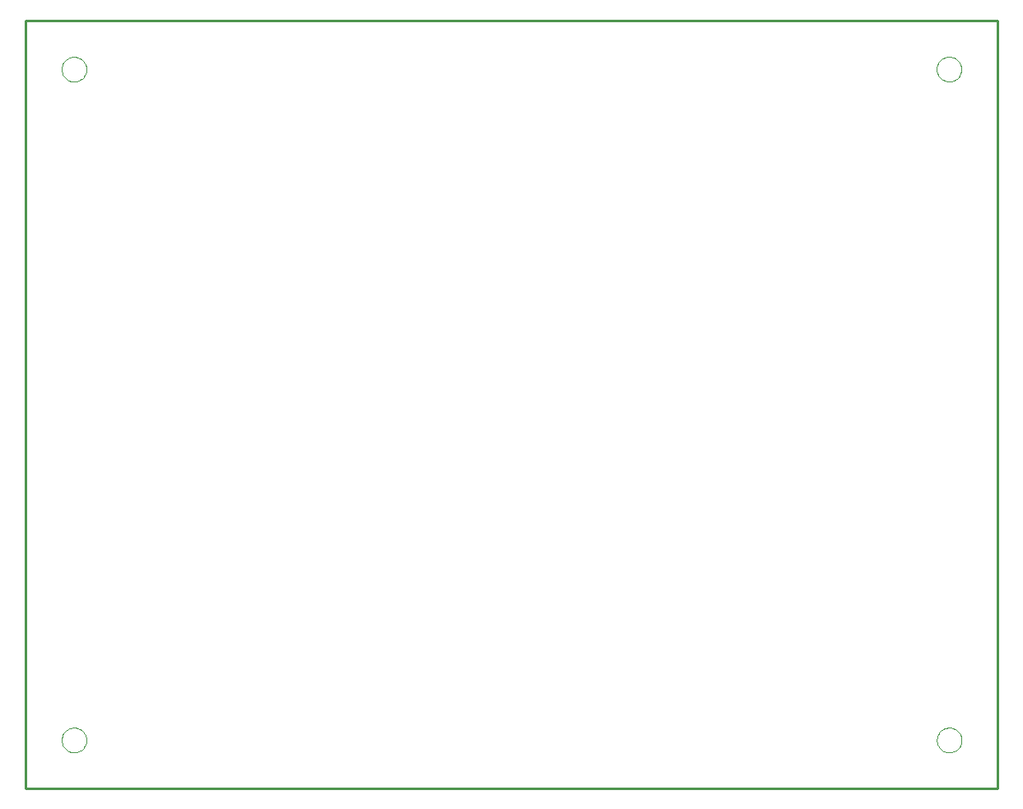
<source format=gbr>
G75*
G70*
%OFA0B0*%
%FSLAX24Y24*%
%IPPOS*%
%LPD*%
%AMOC8*
5,1,8,0,0,1.08239X$1,22.5*
%
%ADD10C,0.0100*%
%ADD11C,0.0000*%
D10*
X000151Y002338D02*
X000151Y033441D01*
X039521Y033441D01*
X039521Y002338D01*
X000151Y002338D01*
X000151Y005338D02*
X000151Y025820D01*
X039151Y002338D02*
X039521Y002338D01*
D11*
X037059Y004299D02*
X037061Y004344D01*
X037067Y004390D01*
X037078Y004434D01*
X037092Y004477D01*
X037110Y004519D01*
X037132Y004559D01*
X037157Y004597D01*
X037186Y004632D01*
X037218Y004664D01*
X037252Y004694D01*
X037290Y004720D01*
X037329Y004743D01*
X037370Y004762D01*
X037413Y004777D01*
X037457Y004789D01*
X037502Y004796D01*
X037548Y004799D01*
X037593Y004798D01*
X037638Y004793D01*
X037683Y004783D01*
X037726Y004770D01*
X037769Y004753D01*
X037809Y004732D01*
X037847Y004707D01*
X037883Y004680D01*
X037917Y004649D01*
X037947Y004615D01*
X037974Y004578D01*
X037998Y004539D01*
X038018Y004498D01*
X038034Y004456D01*
X038046Y004412D01*
X038054Y004367D01*
X038058Y004322D01*
X038058Y004276D01*
X038054Y004231D01*
X038046Y004186D01*
X038034Y004142D01*
X038018Y004100D01*
X037998Y004059D01*
X037974Y004020D01*
X037947Y003983D01*
X037917Y003949D01*
X037883Y003918D01*
X037847Y003891D01*
X037809Y003866D01*
X037769Y003845D01*
X037726Y003828D01*
X037683Y003815D01*
X037638Y003805D01*
X037593Y003800D01*
X037548Y003799D01*
X037502Y003802D01*
X037457Y003809D01*
X037413Y003821D01*
X037370Y003836D01*
X037329Y003855D01*
X037290Y003878D01*
X037252Y003904D01*
X037218Y003934D01*
X037186Y003966D01*
X037157Y004001D01*
X037132Y004039D01*
X037110Y004079D01*
X037092Y004121D01*
X037078Y004164D01*
X037067Y004208D01*
X037061Y004254D01*
X037059Y004299D01*
X037053Y031472D02*
X037055Y031517D01*
X037061Y031563D01*
X037072Y031607D01*
X037086Y031650D01*
X037104Y031692D01*
X037126Y031732D01*
X037151Y031770D01*
X037180Y031805D01*
X037212Y031837D01*
X037246Y031867D01*
X037284Y031893D01*
X037323Y031916D01*
X037364Y031935D01*
X037407Y031950D01*
X037451Y031962D01*
X037496Y031969D01*
X037542Y031972D01*
X037587Y031971D01*
X037632Y031966D01*
X037677Y031956D01*
X037720Y031943D01*
X037763Y031926D01*
X037803Y031905D01*
X037841Y031880D01*
X037877Y031853D01*
X037911Y031822D01*
X037941Y031788D01*
X037968Y031751D01*
X037992Y031712D01*
X038012Y031671D01*
X038028Y031629D01*
X038040Y031585D01*
X038048Y031540D01*
X038052Y031495D01*
X038052Y031449D01*
X038048Y031404D01*
X038040Y031359D01*
X038028Y031315D01*
X038012Y031273D01*
X037992Y031232D01*
X037968Y031193D01*
X037941Y031156D01*
X037911Y031122D01*
X037877Y031091D01*
X037841Y031064D01*
X037803Y031039D01*
X037763Y031018D01*
X037720Y031001D01*
X037677Y030988D01*
X037632Y030978D01*
X037587Y030973D01*
X037542Y030972D01*
X037496Y030975D01*
X037451Y030982D01*
X037407Y030994D01*
X037364Y031009D01*
X037323Y031028D01*
X037284Y031051D01*
X037246Y031077D01*
X037212Y031107D01*
X037180Y031139D01*
X037151Y031174D01*
X037126Y031212D01*
X037104Y031252D01*
X037086Y031294D01*
X037072Y031337D01*
X037061Y031381D01*
X037055Y031427D01*
X037053Y031472D01*
X001612Y031468D02*
X001614Y031513D01*
X001620Y031559D01*
X001631Y031603D01*
X001645Y031646D01*
X001663Y031688D01*
X001685Y031728D01*
X001710Y031766D01*
X001739Y031801D01*
X001771Y031833D01*
X001805Y031863D01*
X001843Y031889D01*
X001882Y031912D01*
X001923Y031931D01*
X001966Y031946D01*
X002010Y031958D01*
X002055Y031965D01*
X002101Y031968D01*
X002146Y031967D01*
X002191Y031962D01*
X002236Y031952D01*
X002279Y031939D01*
X002322Y031922D01*
X002362Y031901D01*
X002400Y031876D01*
X002436Y031849D01*
X002470Y031818D01*
X002500Y031784D01*
X002527Y031747D01*
X002551Y031708D01*
X002571Y031667D01*
X002587Y031625D01*
X002599Y031581D01*
X002607Y031536D01*
X002611Y031491D01*
X002611Y031445D01*
X002607Y031400D01*
X002599Y031355D01*
X002587Y031311D01*
X002571Y031269D01*
X002551Y031228D01*
X002527Y031189D01*
X002500Y031152D01*
X002470Y031118D01*
X002436Y031087D01*
X002400Y031060D01*
X002362Y031035D01*
X002322Y031014D01*
X002279Y030997D01*
X002236Y030984D01*
X002191Y030974D01*
X002146Y030969D01*
X002101Y030968D01*
X002055Y030971D01*
X002010Y030978D01*
X001966Y030990D01*
X001923Y031005D01*
X001882Y031024D01*
X001843Y031047D01*
X001805Y031073D01*
X001771Y031103D01*
X001739Y031135D01*
X001710Y031170D01*
X001685Y031208D01*
X001663Y031248D01*
X001645Y031290D01*
X001631Y031333D01*
X001620Y031377D01*
X001614Y031423D01*
X001612Y031468D01*
X001612Y004299D02*
X001614Y004344D01*
X001620Y004390D01*
X001631Y004434D01*
X001645Y004477D01*
X001663Y004519D01*
X001685Y004559D01*
X001710Y004597D01*
X001739Y004632D01*
X001771Y004664D01*
X001805Y004694D01*
X001843Y004720D01*
X001882Y004743D01*
X001923Y004762D01*
X001966Y004777D01*
X002010Y004789D01*
X002055Y004796D01*
X002101Y004799D01*
X002146Y004798D01*
X002191Y004793D01*
X002236Y004783D01*
X002279Y004770D01*
X002322Y004753D01*
X002362Y004732D01*
X002400Y004707D01*
X002436Y004680D01*
X002470Y004649D01*
X002500Y004615D01*
X002527Y004578D01*
X002551Y004539D01*
X002571Y004498D01*
X002587Y004456D01*
X002599Y004412D01*
X002607Y004367D01*
X002611Y004322D01*
X002611Y004276D01*
X002607Y004231D01*
X002599Y004186D01*
X002587Y004142D01*
X002571Y004100D01*
X002551Y004059D01*
X002527Y004020D01*
X002500Y003983D01*
X002470Y003949D01*
X002436Y003918D01*
X002400Y003891D01*
X002362Y003866D01*
X002322Y003845D01*
X002279Y003828D01*
X002236Y003815D01*
X002191Y003805D01*
X002146Y003800D01*
X002101Y003799D01*
X002055Y003802D01*
X002010Y003809D01*
X001966Y003821D01*
X001923Y003836D01*
X001882Y003855D01*
X001843Y003878D01*
X001805Y003904D01*
X001771Y003934D01*
X001739Y003966D01*
X001710Y004001D01*
X001685Y004039D01*
X001663Y004079D01*
X001645Y004121D01*
X001631Y004164D01*
X001620Y004208D01*
X001614Y004254D01*
X001612Y004299D01*
M02*

</source>
